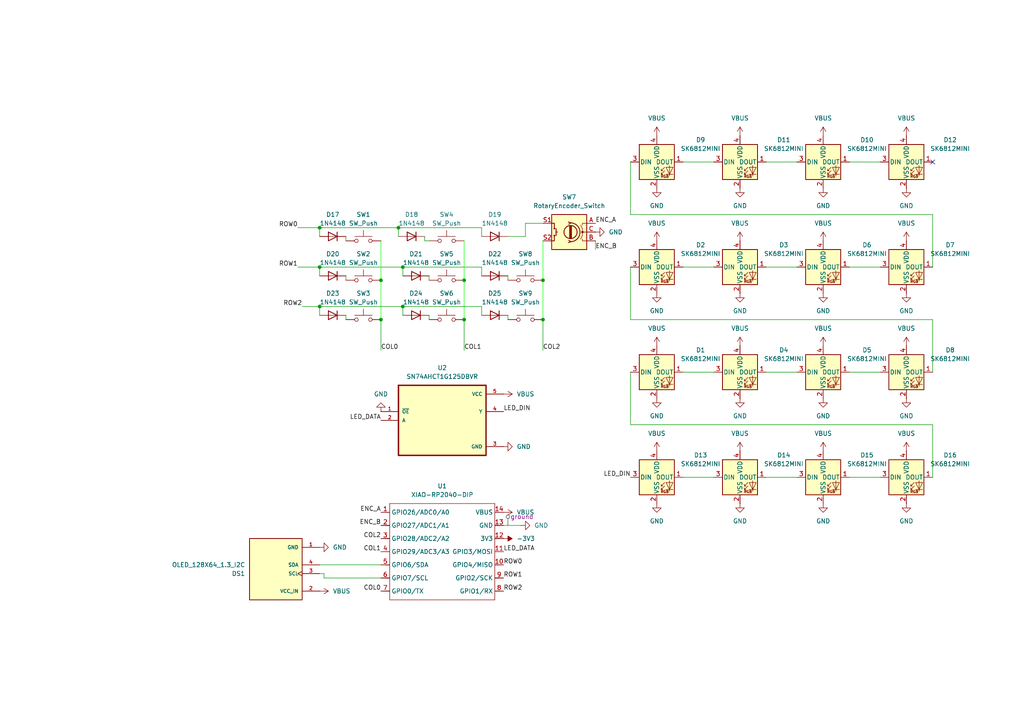
<source format=kicad_sch>
(kicad_sch (version 20250114) (generator "eeschema") (generator_version "9.0")
  (paper "A4")
  (lib_symbols
    (symbol "DM-OLED096-636:DM-OLED096-636" (pin_names (offset 1.016))
      (property "Reference" "U" (at -7.62 10.922 0))
      (property "Value" "DM-OLED096-636" (at -7.62 -10.16 0))
      (symbol "DM-OLED096-636_0_0"
        (rectangle (start -7.62 -7.62) (end 7.62 10.16) (stroke (width 0.254)) (fill (type background)))
        (pin power_in line (at 12.7 7.62 180) (length 5.08) (name "VCC_IN") (number "2"))
        (pin input clock (at 12.7 2.54 180) (length 5.08) (name "SCL") (number "3"))
        (pin bidirectional line (at 12.7 0 180) (length 5.08) (name "SDA") (number "4"))
        (pin power_in line (at 12.7 -5.08 180) (length 5.08) (name "GND") (number "1"))
      )
    )
    (symbol "Device:RotaryEncoder_Switch" (pin_names (offset 0.254) (hide yes))
      (property "Reference" "SW" (at 0 6.604 0))
      (property "Value" "RotaryEncoder_Switch" (at 0 -6.604 0))
      (symbol "RotaryEncoder_Switch_0_1"
        (rectangle (start -5.08 5.08) (end 5.08 -5.08) (stroke (width 0.254)) (fill (type background)))
        (polyline (pts (xy -5.08 2.54) (xy -3.81 2.54) (xy -3.81 2.032)))
        (polyline (pts (xy -5.08 0) (xy -3.81 0) (xy -3.81 -1.016) (xy -3.302 -2.032)))
        (polyline (pts (xy -5.08 -2.54) (xy -3.81 -2.54) (xy -3.81 -2.032)))
        (polyline (pts (xy -4.318 0) (xy -3.81 0) (xy -3.81 1.016) (xy -3.302 2.032)))
        (circle (center -3.81 0) (radius 0.254) (fill (type outline)))
        (polyline (pts (xy -0.635 -1.778) (xy -0.635 1.778)) (stroke (width 0.254)))
        (circle (center -0.381 0) (radius 1.905) (stroke (width 0.254)))
        (polyline (pts (xy -0.381 -1.778) (xy -0.381 1.778)) (stroke (width 0.254)))
        (arc (start -0.381 -2.794) (mid -3.0988 -0.0635) (end -0.381 2.667) (stroke (width 0.254)))
        (polyline (pts (xy -0.127 1.778) (xy -0.127 -1.778)) (stroke (width 0.254)))
        (polyline (pts (xy 0.254 2.921) (xy -0.508 2.667) (xy 0.127 2.286)) (stroke (width 0.254)))
        (polyline (pts (xy 0.254 -3.048) (xy -0.508 -2.794) (xy 0.127 -2.413)) (stroke (width 0.254)))
        (polyline (pts (xy 3.81 1.016) (xy 3.81 -1.016)) (stroke (width 0.254)))
        (polyline (pts (xy 3.81 0) (xy 3.429 0)) (stroke (width 0.254)))
        (circle (center 4.318 1.016) (radius 0.127) (stroke (width 0.254)))
        (circle (center 4.318 -1.016) (radius 0.127) (stroke (width 0.254)))
        (polyline (pts (xy 5.08 2.54) (xy 4.318 2.54) (xy 4.318 1.016)) (stroke (width 0.254)))
        (polyline (pts (xy 5.08 -2.54) (xy 4.318 -2.54) (xy 4.318 -1.016)) (stroke (width 0.254)))
      )
      (symbol "RotaryEncoder_Switch_1_1"
        (pin passive line (at -7.62 2.54 0) (length 2.54) (name "A") (number "A"))
        (pin passive line (at -7.62 0 0) (length 2.54) (name "C") (number "C"))
        (pin passive line (at -7.62 -2.54 0) (length 2.54) (name "B") (number "B"))
        (pin passive line (at 7.62 2.54 180) (length 2.54) (name "S1") (number "S1"))
        (pin passive line (at 7.62 -2.54 180) (length 2.54) (name "S2") (number "S2"))
      )
    )
    (symbol "Diode:1N4148" (pin_numbers (hide yes)) (pin_names (hide yes))
      (property "Reference" "D" (at 0 2.54 0))
      (property "Value" "1N4148" (at 0 -2.54 0))
      (symbol "1N4148_0_1"
        (polyline (pts (xy -1.27 1.27) (xy -1.27 -1.27)) (stroke (width 0.254)))
        (polyline (pts (xy 1.27 1.27) (xy 1.27 -1.27) (xy -1.27 0) (xy 1.27 1.27)) (stroke (width 0.254)))
        (polyline (pts (xy 1.27 0) (xy -1.27 0)))
      )
      (symbol "1N4148_1_1"
        (pin passive line (at -3.81 0 0) (length 2.54) (name "K") (number "1"))
        (pin passive line (at 3.81 0 180) (length 2.54) (name "A") (number "2"))
      )
    )
    (symbol "LED:SK6812MINI" (pin_names (offset 0.254))
      (property "Reference" "D" (at 5.08 5.715 0))
      (property "Value" "SK6812MINI" (at 1.27 -5.715 0))
      (symbol "SK6812MINI_0_0"
        (text "RGB" (at 2.286 -4.191 0) (effects (font (size 0.762 0.762))))
      )
      (symbol "SK6812MINI_0_1"
        (polyline (pts (xy 1.27 -2.54) (xy 1.778 -2.54)))
        (polyline (pts (xy 1.27 -3.556) (xy 1.778 -3.556)))
        (polyline (pts (xy 2.286 -1.524) (xy 1.27 -2.54) (xy 1.27 -2.032)))
        (polyline (pts (xy 2.286 -2.54) (xy 1.27 -3.556) (xy 1.27 -3.048)))
        (polyline (pts (xy 3.683 -1.016) (xy 3.683 -3.556) (xy 3.683 -4.064)))
        (polyline (pts (xy 4.699 -1.524) (xy 2.667 -1.524) (xy 3.683 -3.556) (xy 4.699 -1.524)))
        (polyline (pts (xy 4.699 -3.556) (xy 2.667 -3.556)))
        (rectangle (start 5.08 5.08) (end -5.08 -5.08) (stroke (width 0.254)) (fill (type background)))
      )
      (symbol "SK6812MINI_1_1"
        (pin input line (at -7.62 0 0) (length 2.54) (name "DIN") (number "3"))
        (pin power_in line (at 0 7.62 270) (length 2.54) (name "VDD") (number "4"))
        (pin power_in line (at 0 -7.62 90) (length 2.54) (name "VSS") (number "2"))
        (pin output line (at 7.62 0 180) (length 2.54) (name "DOUT") (number "1"))
      )
    )
    (symbol "OPL:XIAO-RP2040-DIP"
      (property "Reference" "U" (at 0 0 0))
      (property "Value" "XIAO-RP2040-DIP" (at 5.334 -1.778 0))
      (symbol "XIAO-RP2040-DIP_1_0"
        (polyline (pts (xy -1.27 -2.54) (xy 29.21 -2.54)) (stroke (width 0.1524)))
        (polyline (pts (xy -1.27 -5.08) (xy -2.54 -5.08)) (stroke (width 0.1524)))
        (polyline (pts (xy -1.27 -5.08) (xy -1.27 -2.54)) (stroke (width 0.1524)))
        (polyline (pts (xy -1.27 -8.89) (xy -2.54 -8.89)) (stroke (width 0.1524)))
        (polyline (pts (xy -1.27 -8.89) (xy -1.27 -5.08)) (stroke (width 0.1524)))
        (polyline (pts (xy -1.27 -12.7) (xy -2.54 -12.7)) (stroke (width 0.1524)))
        (polyline (pts (xy -1.27 -12.7) (xy -1.27 -8.89)) (stroke (width 0.1524)))
        (polyline (pts (xy -1.27 -16.51) (xy -2.54 -16.51)) (stroke (width 0.1524)))
        (polyline (pts (xy -1.27 -16.51) (xy -1.27 -12.7)) (stroke (width 0.1524)))
        (polyline (pts (xy -1.27 -20.32) (xy -2.54 -20.32)) (stroke (width 0.1524)))
        (polyline (pts (xy -1.27 -24.13) (xy -2.54 -24.13)) (stroke (width 0.1524)))
        (polyline (pts (xy -1.27 -27.94) (xy -2.54 -27.94)) (stroke (width 0.1524)))
        (polyline (pts (xy -1.27 -30.48) (xy -1.27 -16.51)) (stroke (width 0.1524)))
        (polyline (pts (xy 29.21 -2.54) (xy 29.21 -5.08)) (stroke (width 0.1524)))
        (polyline (pts (xy 29.21 -5.08) (xy 29.21 -8.89)) (stroke (width 0.1524)))
        (polyline (pts (xy 29.21 -8.89) (xy 29.21 -12.7)) (stroke (width 0.1524)))
        (polyline (pts (xy 29.21 -12.7) (xy 29.21 -30.48)) (stroke (width 0.1524)))
        (polyline (pts (xy 29.21 -30.48) (xy -1.27 -30.48)) (stroke (width 0.1524)))
        (polyline (pts (xy 30.48 -5.08) (xy 29.21 -5.08)) (stroke (width 0.1524)))
        (polyline (pts (xy 30.48 -8.89) (xy 29.21 -8.89)) (stroke (width 0.1524)))
        (polyline (pts (xy 30.48 -12.7) (xy 29.21 -12.7)) (stroke (width 0.1524)))
        (polyline (pts (xy 30.48 -16.51) (xy 29.21 -16.51)) (stroke (width 0.1524)))
        (polyline (pts (xy 30.48 -20.32) (xy 29.21 -20.32)) (stroke (width 0.1524)))
        (polyline (pts (xy 30.48 -24.13) (xy 29.21 -24.13)) (stroke (width 0.1524)))
        (polyline (pts (xy 30.48 -27.94) (xy 29.21 -27.94)) (stroke (width 0.1524)))
        (pin passive line (at -3.81 -5.08 0) (length 2.54) (name "GPIO26/ADC0/A0") (number "1"))
        (pin passive line (at -3.81 -8.89 0) (length 2.54) (name "GPIO27/ADC1/A1") (number "2"))
        (pin passive line (at -3.81 -12.7 0) (length 2.54) (name "GPIO28/ADC2/A2") (number "3"))
        (pin passive line (at -3.81 -16.51 0) (length 2.54) (name "GPIO29/ADC3/A3") (number "4"))
        (pin passive line (at -3.81 -20.32 0) (length 2.54) (name "GPIO6/SDA") (number "5"))
        (pin passive line (at -3.81 -24.13 0) (length 2.54) (name "GPIO7/SCL") (number "6"))
        (pin passive line (at -3.81 -27.94 0) (length 2.54) (name "GPIO0/TX") (number "7"))
        (pin passive line (at 31.75 -5.08 180) (length 2.54) (name "VBUS") (number "14"))
        (pin passive line (at 31.75 -8.89 180) (length 2.54) (name "GND") (number "13"))
        (pin passive line (at 31.75 -12.7 180) (length 2.54) (name "3V3") (number "12"))
        (pin passive line (at 31.75 -16.51 180) (length 2.54) (name "GPIO3/MOSI") (number "11"))
        (pin passive line (at 31.75 -20.32 180) (length 2.54) (name "GPIO4/MISO") (number "10"))
        (pin passive line (at 31.75 -24.13 180) (length 2.54) (name "GPIO2/SCK") (number "9"))
        (pin passive line (at 31.75 -27.94 180) (length 2.54) (name "GPIO1/RX") (number "8"))
      )
    )
    (symbol "SN:SN74AHCT1G125DBVR" (pin_names (offset 1.016))
      (property "Reference" "U" (at -12.7 11.16 0))
      (property "Value" "SN74AHCT1G125DBVR" (at -12.7 -14.16 0))
      (symbol "SN74AHCT1G125DBVR_0_0"
        (rectangle (start -12.7 -10.16) (end 12.7 10.16) (stroke (width 0.41)) (fill (type background)))
        (pin input line (at -17.78 2.54 0) (length 5.08) (name "~{OE}") (number "1"))
        (pin input line (at -17.78 0 0) (length 5.08) (name "A") (number "2"))
        (pin power_in line (at 17.78 7.62 180) (length 5.08) (name "VCC") (number "5"))
        (pin output line (at 17.78 2.54 180) (length 5.08) (name "Y") (number "4"))
        (pin power_in line (at 17.78 -7.62 180) (length 5.08) (name "GND") (number "3"))
      )
    )
    (symbol "Switch:SW_Push" (pin_numbers (hide yes)) (pin_names (offset 1.016) (hide yes))
      (property "Reference" "SW" (at 1.27 2.54 0))
      (property "Value" "SW_Push" (at 0 -1.524 0))
      (symbol "SW_Push_0_1"
        (circle (center -2.032 0) (radius 0.508))
        (polyline (pts (xy 0 1.27) (xy 0 3.048)))
        (circle (center 2.032 0) (radius 0.508))
        (polyline (pts (xy 2.54 1.27) (xy -2.54 1.27)))
        (pin passive line (at -5.08 0 0) (length 2.54) (name "1") (number "1"))
        (pin passive line (at 5.08 0 180) (length 2.54) (name "2") (number "2"))
      )
    )
    (symbol "power:-3V3" (power) (pin_numbers (hide yes)) (pin_names (offset 0) (hide yes))
      (property "Value" "-3V3" (at 0 3.556 0))
      (symbol "-3V3_0_0"
        (pin power_in line (at 0 0 90) (length 0) (name "~") (number "1"))
      )
      (symbol "-3V3_0_1"
        (polyline (pts (xy 0 0) (xy 0 1.27) (xy 0.762 1.27) (xy 0 2.54) (xy -0.762 1.27) (xy 0 1.27)) (fill (type outline)))
      )
    )
    (symbol "power:GND" (power) (pin_numbers (hide yes)) (pin_names (offset 0) (hide yes))
      (property "Value" "GND" (at 0 -3.81 0))
      (symbol "GND_0_1"
        (polyline (pts (xy 0 0) (xy 0 -1.27) (xy 1.27 -1.27) (xy 0 -2.54) (xy -1.27 -1.27) (xy 0 -1.27)))
      )
      (symbol "GND_1_1"
        (pin power_in line (at 0 0 270) (length 0) (name "~") (number "1"))
      )
    )
    (symbol "power:VBUS" (power) (pin_numbers (hide yes)) (pin_names (offset 0) (hide yes))
      (property "Value" "VBUS" (at 0 3.556 0))
      (symbol "VBUS_0_1"
        (polyline (pts (xy -0.762 1.27) (xy 0 2.54)))
        (polyline (pts (xy 0 2.54) (xy 0.762 1.27)))
        (polyline (pts (xy 0 0) (xy 0 2.54)))
      )
      (symbol "VBUS_1_1"
        (pin power_in line (at 0 0 90) (length 0) (name "~") (number "1"))
      )
    )
  )
  (junction (at 157.48 81.28))
  (junction (at 157.48 92.71))
  (junction (at 92.71 66.04))
  (junction (at 110.49 92.71))
  (junction (at 116.84 77.47))
  (junction (at 134.62 81.28))
  (junction (at 92.71 77.47))
  (junction (at 110.49 81.28))
  (junction (at 92.71 88.9))
  (junction (at 134.62 92.71))
  (junction (at 115.57 66.04))
  (junction (at 116.84 88.9))
  (no_connect (at 270.51 46.99))
  (wire (pts (xy 198.12 138.43) (xy 207.01 138.43)))
  (wire (pts (xy 270.51 77.47) (xy 270.51 62.23)))
  (wire (pts (xy 134.62 69.85) (xy 134.62 81.28)) (stroke (width 0) (color 0 255 0 1)))
  (wire (pts (xy 270.51 123.19) (xy 182.88 123.19)))
  (wire (pts (xy 157.48 81.28) (xy 157.48 92.71)) (stroke (width 0) (color 0 255 0 1)))
  (wire (pts (xy 93.98 167.64) (xy 93.98 166.37)))
  (wire (pts (xy 92.71 163.83) (xy 110.49 163.83)))
  (wire (pts (xy 198.12 46.99) (xy 207.01 46.99)))
  (wire (pts (xy 100.33 68.58) (xy 100.33 69.85)))
  (wire (pts (xy 172.72 72.39) (xy 172.72 69.85)))
  (wire (pts (xy 116.84 88.9) (xy 116.84 91.44)))
  (wire (pts (xy 92.71 88.9) (xy 92.71 91.44)))
  (wire (pts (xy 116.84 88.9) (xy 139.7 88.9)))
  (wire (pts (xy 92.71 66.04) (xy 115.57 66.04)))
  (wire (pts (xy 92.71 68.58) (xy 92.71 66.04)))
  (wire (pts (xy 139.7 80.01) (xy 139.7 77.47)))
  (wire (pts (xy 246.38 77.47) (xy 255.27 77.47)))
  (wire (pts (xy 152.4 68.58) (xy 147.32 68.58)))
  (wire (pts (xy 246.38 138.43) (xy 255.27 138.43)))
  (wire (pts (xy 182.88 123.19) (xy 182.88 107.95)))
  (wire (pts (xy 139.7 66.04) (xy 115.57 66.04)))
  (wire (pts (xy 115.57 66.04) (xy 115.57 68.58)))
  (wire (pts (xy 198.12 77.47) (xy 207.01 77.47)))
  (wire (pts (xy 139.7 68.58) (xy 139.7 66.04)))
  (wire (pts (xy 92.71 88.9) (xy 116.84 88.9)))
  (wire (pts (xy 270.51 62.23) (xy 182.88 62.23)))
  (wire (pts (xy 270.51 107.95) (xy 270.51 92.71)))
  (wire (pts (xy 147.32 91.44) (xy 147.32 92.71)))
  (wire (pts (xy 147.32 80.01) (xy 147.32 81.28)))
  (wire (pts (xy 270.51 92.71) (xy 182.88 92.71)))
  (wire (pts (xy 222.25 77.47) (xy 231.14 77.47)))
  (wire (pts (xy 124.46 80.01) (xy 124.46 81.28)))
  (wire (pts (xy 198.12 107.95) (xy 207.01 107.95)))
  (wire (pts (xy 110.49 92.71) (xy 110.49 101.6)))
  (wire (pts (xy 270.51 123.19) (xy 270.51 138.43)))
  (wire (pts (xy 246.38 46.99) (xy 255.27 46.99)))
  (wire (pts (xy 116.84 77.47) (xy 139.7 77.47)))
  (wire (pts (xy 100.33 91.44) (xy 100.33 92.71)))
  (wire (pts (xy 182.88 77.47) (xy 182.88 92.71)))
  (wire (pts (xy 222.25 46.99) (xy 231.14 46.99)))
  (wire (pts (xy 92.71 166.37) (xy 93.98 166.37)))
  (wire (pts (xy 92.71 80.01) (xy 92.71 77.47)))
  (wire (pts (xy 222.25 107.95) (xy 231.14 107.95)))
  (wire (pts (xy 87.63 88.9) (xy 92.71 88.9)))
  (wire (pts (xy 139.7 91.44) (xy 139.7 88.9)))
  (wire (pts (xy 110.49 81.28) (xy 110.49 92.71)) (stroke (width 0) (color 0 255 0 1)))
  (wire (pts (xy 222.25 138.43) (xy 231.14 138.43)))
  (wire (pts (xy 246.38 107.95) (xy 255.27 107.95)))
  (wire (pts (xy 110.49 69.85) (xy 110.49 81.28)) (stroke (width 0) (color 0 255 0 1)))
  (wire (pts (xy 134.62 92.71) (xy 134.62 101.6)))
  (wire (pts (xy 123.19 69.85) (xy 124.46 69.85)))
  (wire (pts (xy 152.4 64.77) (xy 157.48 64.77)))
  (wire (pts (xy 86.36 77.47) (xy 92.71 77.47)))
  (wire (pts (xy 100.33 80.01) (xy 100.33 81.28)))
  (wire (pts (xy 157.48 69.85) (xy 157.48 81.28)) (stroke (width 0) (color 0 255 0 1)))
  (wire (pts (xy 157.48 92.71) (xy 157.48 101.6)))
  (wire (pts (xy 152.4 68.58) (xy 152.4 64.77)))
  (wire (pts (xy 92.71 77.47) (xy 116.84 77.47)))
  (wire (pts (xy 86.36 66.04) (xy 92.71 66.04)))
  (wire (pts (xy 124.46 91.44) (xy 124.46 92.71)))
  (wire (pts (xy 151.13 152.4) (xy 146.05 152.4)))
  (wire (pts (xy 93.98 167.64) (xy 110.49 167.64)))
  (wire (pts (xy 134.62 81.28) (xy 134.62 92.71)) (stroke (width 0) (color 0 255 0 1)))
  (wire (pts (xy 182.88 62.23) (xy 182.88 46.99)))
  (wire (pts (xy 123.19 69.85) (xy 123.19 68.58)))
  (wire (pts (xy 116.84 77.47) (xy 116.84 80.01)))
  (label "ROW2" (at 146.05 171.45 0))
  (label "LED_DIN" (at 182.88 138.43 180))
  (label "LED_DIN" (at 146.05 119.38 0))
  (label "ROW2" (at 87.63 88.9 180))
  (label "ROW1" (at 146.05 167.64 0))
  (label "LED_DATA" (at 146.05 160.02 0))
  (label "ENC_B" (at 110.49 152.4 180))
  (label "COL2" (at 110.49 156.21 180))
  (label "ENC_A" (at 172.72 64.77 0))
  (label "COL0" (at 110.49 101.6 0))
  (label "COL1" (at 110.49 160.02 180))
  (label "ENC_A" (at 110.49 148.59 180))
  (label "ROW0" (at 86.36 66.04 180))
  (label "ROW1" (at 86.36 77.47 180))
  (label "LED_DATA" (at 110.49 121.92 180))
  (label "COL0" (at 110.49 171.45 180))
  (label "COL2" (at 157.48 101.6 0))
  (label "COL1" (at 134.62 101.6 0))
  (label "ENC_B" (at 172.72 72.39 0))
  (label "ROW0" (at 146.05 163.83 0))
  (netclass_flag "" (length 2.54) (shape round) (at 147.32 152.4 0) (property "Netclass" "ground" (at 148.0185 149.86 0) (effects (justify left))))
  (symbol (lib_id "Switch:SW_Push") (at 129.54 69.85 0) (unit 1)
    (property "Reference" "SW4" (at 129.54 62.23 0))
    (property "Value" "SW_Push" (at 129.54 64.77 0))
    (property "Footprint" "Library_Hackpad:MX-Solderable-1U" (effects (hide yes)))
    (property "Description" "Push button switch, generic, two pins" (effects (hide yes)))
  )
  (symbol (lib_id "Switch:SW_Push") (at 105.41 92.71 0) (unit 1)
    (property "Reference" "SW3" (at 105.41 85.09 0))
    (property "Value" "SW_Push" (at 105.41 87.63 0))
    (property "Footprint" "Library_Hackpad:MX-Solderable-1U" (effects (hide yes)))
    (property "Description" "Push button switch, generic, two pins" (effects (hide yes)))
  )
  (symbol (lib_id "power:GND") (at 214.63 115.57 0) (unit 1)
    (property "Reference" "#PWR013" (effects (hide yes)))
    (property "Value" "GND" (at 214.63 120.65 0))
    (property "Description" "Power symbol creates a global label with name \"GND\" , ground" (effects (hide yes)))
  )
  (symbol (lib_id "Diode:1N4148") (at 96.52 80.01 0) (mirror y) (unit 1)
    (property "Reference" "D20" (at 96.52 73.66 0))
    (property "Value" "1N4148" (at 96.52 76.2 0))
    (property "Footprint" "Diode_THT:D_DO-35_SOD27_P7.62mm_Horizontal" (effects (hide yes)))
    (property "Datasheet" "https://assets.nexperia.com/documents/data-sheet/1N4148_1N4448.pdf" (effects (hide yes)))
    (property "Description" "100V 0.15A standard switching diode, DO-35" (effects (hide yes)))
    (property "Sim.Device" "D" (effects (hide yes)))
    (property "Sim.Pins" "1=K 2=A" (effects (hide yes)))
  )
  (symbol (lib_id "Device:RotaryEncoder_Switch") (at 165.1 67.31 0) (mirror y) (unit 1)
    (property "Reference" "SW7" (at 165.1 57.15 0))
    (property "Value" "RotaryEncoder_Switch" (at 165.1 59.69 0))
    (property "Footprint" "Library_Hackpad:RotaryEncoder_Alps_EC11E-Switch_Vertical_H20mm" (effects (hide yes)))
    (property "Description" "Rotary encoder, dual channel, incremental quadrate outputs, with switch" (effects (hide yes)))
  )
  (symbol (lib_id "Diode:1N4148") (at 96.52 68.58 0) (mirror y) (unit 1)
    (property "Reference" "D17" (at 96.52 62.23 0))
    (property "Value" "1N4148" (at 96.52 64.77 0))
    (property "Footprint" "Diode_THT:D_DO-35_SOD27_P7.62mm_Horizontal" (effects (hide yes)))
    (property "Datasheet" "https://assets.nexperia.com/documents/data-sheet/1N4148_1N4448.pdf" (effects (hide yes)))
    (property "Description" "100V 0.15A standard switching diode, DO-35" (effects (hide yes)))
    (property "Sim.Device" "D" (effects (hide yes)))
    (property "Sim.Pins" "1=K 2=A" (effects (hide yes)))
  )
  (symbol (lib_id "power:GND") (at 172.72 67.31 90) (unit 1)
    (property "Reference" "#PWR06" (effects (hide yes)))
    (property "Value" "GND" (at 176.53 67.3099 90) (effects (justify right)))
    (property "Description" "Power symbol creates a global label with name \"GND\" , ground" (effects (hide yes)))
  )
  (symbol (lib_id "power:GND") (at 262.89 115.57 0) (unit 1)
    (property "Reference" "#PWR011" (effects (hide yes)))
    (property "Value" "GND" (at 262.89 120.65 0))
    (property "Description" "Power symbol creates a global label with name \"GND\" , ground" (effects (hide yes)))
  )
  (symbol (lib_id "power:GND") (at 238.76 54.61 0) (unit 1)
    (property "Reference" "#PWR020" (effects (hide yes)))
    (property "Value" "GND" (at 238.76 59.69 0))
    (property "Description" "Power symbol creates a global label with name \"GND\" , ground" (effects (hide yes)))
  )
  (symbol (lib_id "power:VBUS") (at 214.63 130.81 0) (unit 1)
    (property "Reference" "#PWR023" (effects (hide yes)))
    (property "Value" "VBUS" (at 214.63 125.73 0))
    (property "Description" "Power symbol creates a global label with name \"VBUS\"" (effects (hide yes)))
  )
  (symbol (lib_id "Switch:SW_Push") (at 105.41 81.28 0) (unit 1)
    (property "Reference" "SW2" (at 105.41 73.66 0))
    (property "Value" "SW_Push" (at 105.41 76.2 0))
    (property "Footprint" "Library_Hackpad:MX-Solderable-1U" (effects (hide yes)))
    (property "Description" "Push button switch, generic, two pins" (effects (hide yes)))
  )
  (symbol (lib_id "power:-3V3") (at 146.05 156.21 270) (unit 1)
    (property "Reference" "#PWR03" (effects (hide yes)))
    (property "Value" "-3V3" (at 149.86 156.2099 90) (effects (justify left)))
    (property "Description" "Power symbol creates a global label with name \"-3V3\"" (effects (hide yes)))
  )
  (symbol (lib_id "power:VBUS") (at 190.5 39.37 0) (unit 1)
    (property "Reference" "#PWR037" (effects (hide yes)))
    (property "Value" "VBUS" (at 190.5 34.29 0))
    (property "Description" "Power symbol creates a global label with name \"VBUS\"" (effects (hide yes)))
  )
  (symbol (lib_id "power:VBUS") (at 262.89 130.81 0) (unit 1)
    (property "Reference" "#PWR025" (effects (hide yes)))
    (property "Value" "VBUS" (at 262.89 125.73 0))
    (property "Description" "Power symbol creates a global label with name \"VBUS\"" (effects (hide yes)))
  )
  (symbol (lib_id "power:GND") (at 190.5 85.09 0) (unit 1)
    (property "Reference" "#PWR015" (effects (hide yes)))
    (property "Value" "GND" (at 190.5 90.17 0))
    (property "Description" "Power symbol creates a global label with name \"GND\" , ground" (effects (hide yes)))
  )
  (symbol (lib_id "Switch:SW_Push") (at 129.54 92.71 0) (unit 1)
    (property "Reference" "SW6" (at 129.54 85.09 0))
    (property "Value" "SW_Push" (at 129.54 87.63 0))
    (property "Footprint" "Library_Hackpad:MX-Solderable-1U" (effects (hide yes)))
    (property "Description" "Push button switch, generic, two pins" (effects (hide yes)))
  )
  (symbol (lib_id "Switch:SW_Push") (at 152.4 81.28 0) (unit 1)
    (property "Reference" "SW8" (at 152.4 73.66 0))
    (property "Value" "SW_Push" (at 152.4 76.2 0))
    (property "Footprint" "Library_Hackpad:MX-Solderable-1U" (effects (hide yes)))
    (property "Description" "Push button switch, generic, two pins" (effects (hide yes)))
  )
  (symbol (lib_id "power:VBUS") (at 238.76 69.85 0) (unit 1)
    (property "Reference" "#PWR032" (effects (hide yes)))
    (property "Value" "VBUS" (at 238.76 64.77 0))
    (property "Description" "Power symbol creates a global label with name \"VBUS\"" (effects (hide yes)))
  )
  (symbol (lib_id "power:GND") (at 92.71 158.75 90) (mirror x) (unit 1)
    (property "Reference" "#PWR05" (effects (hide yes)))
    (property "Value" "GND" (at 96.52 158.7501 90) (effects (justify right)))
    (property "Description" "Power symbol creates a global label with name \"GND\" , ground" (effects (hide yes)))
  )
  (symbol (lib_id "power:VBUS") (at 146.05 148.59 270) (unit 1)
    (property "Reference" "#PWR039" (effects (hide yes)))
    (property "Value" "VBUS" (at 149.86 148.5899 90) (effects (justify left)))
    (property "Description" "Power symbol creates a global label with name \"VBUS\"" (effects (hide yes)))
  )
  (symbol (lib_id "power:GND") (at 214.63 54.61 0) (unit 1)
    (property "Reference" "#PWR021" (effects (hide yes)))
    (property "Value" "GND" (at 214.63 59.69 0))
    (property "Description" "Power symbol creates a global label with name \"GND\" , ground" (effects (hide yes)))
  )
  (symbol (lib_id "power:GND") (at 151.13 152.4 90) (unit 1)
    (property "Reference" "#PWR01" (effects (hide yes)))
    (property "Value" "GND" (at 154.94 152.3999 90) (effects (justify right)))
    (property "Description" "Power symbol creates a global label with name \"GND\" , ground" (effects (hide yes)))
  )
  (symbol (lib_id "LED:SK6812MINI") (at 214.63 138.43 0) (unit 1)
    (property "Reference" "D14" (at 227.33 132.0098 0))
    (property "Value" "SK6812MINI" (at 227.33 134.5498 0))
    (property "Footprint" "LED_SMD:LED_SK6812MINI_PLCC4_3.5x3.5mm_P1.75mm" (effects (hide yes)))
    (property "Datasheet" "https://cdn-shop.adafruit.com/product-files/2686/SK6812MINI_REV.01-1-2.pdf" (effects (hide yes)))
    (property "Description" "RGB LED with integrated controller" (effects (hide yes)))
  )
  (symbol (lib_id "OPL:XIAO-RP2040-DIP") (at 114.3 143.51 0) (unit 1)
    (property "Reference" "U1" (at 128.27 140.97 0))
    (property "Value" "XIAO-RP2040-DIP" (at 128.27 143.51 0))
    (property "Footprint" "Library_Hackpad:XIAO-Generic-Hybrid-14P-2.54-21X17.8MM" (effects (hide yes)))
  )
  (symbol (lib_id "Switch:SW_Push") (at 105.41 69.85 0) (unit 1)
    (property "Reference" "SW1" (at 105.41 62.23 0))
    (property "Value" "SW_Push" (at 105.41 64.77 0))
    (property "Footprint" "Library_Hackpad:MX-Solderable-1U" (effects (hide yes)))
    (property "Description" "Push button switch, generic, two pins" (effects (hide yes)))
  )
  (symbol (lib_id "power:VBUS") (at 214.63 69.85 0) (unit 1)
    (property "Reference" "#PWR031" (effects (hide yes)))
    (property "Value" "VBUS" (at 214.63 64.77 0))
    (property "Description" "Power symbol creates a global label with name \"VBUS\"" (effects (hide yes)))
  )
  (symbol (lib_id "power:VBUS") (at 190.5 130.81 0) (unit 1)
    (property "Reference" "#PWR04" (effects (hide yes)))
    (property "Value" "VBUS" (at 190.5 125.73 0))
    (property "Description" "Power symbol creates a global label with name \"VBUS\"" (effects (hide yes)))
  )
  (symbol (lib_id "Diode:1N4148") (at 120.65 91.44 0) (mirror y) (unit 1)
    (property "Reference" "D24" (at 120.65 85.09 0))
    (property "Value" "1N4148" (at 120.65 87.63 0))
    (property "Footprint" "Diode_THT:D_DO-35_SOD27_P7.62mm_Horizontal" (effects (hide yes)))
    (property "Datasheet" "https://assets.nexperia.com/documents/data-sheet/1N4148_1N4448.pdf" (effects (hide yes)))
    (property "Description" "100V 0.15A standard switching diode, DO-35" (effects (hide yes)))
    (property "Sim.Device" "D" (effects (hide yes)))
    (property "Sim.Pins" "1=K 2=A" (effects (hide yes)))
  )
  (symbol (lib_id "Diode:1N4148") (at 120.65 80.01 0) (mirror y) (unit 1)
    (property "Reference" "D21" (at 120.65 73.66 0))
    (property "Value" "1N4148" (at 120.65 76.2 0))
    (property "Footprint" "Diode_THT:D_DO-35_SOD27_P7.62mm_Horizontal" (effects (hide yes)))
    (property "Datasheet" "https://assets.nexperia.com/documents/data-sheet/1N4148_1N4448.pdf" (effects (hide yes)))
    (property "Description" "100V 0.15A standard switching diode, DO-35" (effects (hide yes)))
    (property "Sim.Device" "D" (effects (hide yes)))
    (property "Sim.Pins" "1=K 2=A" (effects (hide yes)))
  )
  (symbol (lib_id "power:GND") (at 214.63 146.05 0) (unit 1)
    (property "Reference" "#PWR08" (effects (hide yes)))
    (property "Value" "GND" (at 214.63 151.13 0))
    (property "Description" "Power symbol creates a global label with name \"GND\" , ground" (effects (hide yes)))
  )
  (symbol (lib_id "power:GND") (at 190.5 115.57 0) (unit 1)
    (property "Reference" "#PWR014" (effects (hide yes)))
    (property "Value" "GND" (at 190.5 120.65 0))
    (property "Description" "Power symbol creates a global label with name \"GND\" , ground" (effects (hide yes)))
  )
  (symbol (lib_id "power:VBUS") (at 214.63 39.37 0) (unit 1)
    (property "Reference" "#PWR036" (effects (hide yes)))
    (property "Value" "VBUS" (at 214.63 34.29 0))
    (property "Description" "Power symbol creates a global label with name \"VBUS\"" (effects (hide yes)))
  )
  (symbol (lib_id "LED:SK6812MINI") (at 214.63 107.95 0) (unit 1)
    (property "Reference" "D4" (at 227.33 101.5298 0))
    (property "Value" "SK6812MINI" (at 227.33 104.0698 0))
    (property "Footprint" "LED_SMD:LED_SK6812MINI_PLCC4_3.5x3.5mm_P1.75mm" (effects (hide yes)))
    (property "Datasheet" "https://cdn-shop.adafruit.com/product-files/2686/SK6812MINI_REV.01-1-2.pdf" (effects (hide yes)))
    (property "Description" "RGB LED with integrated controller" (effects (hide yes)))
  )
  (symbol (lib_id "power:VBUS") (at 238.76 130.81 0) (unit 1)
    (property "Reference" "#PWR024" (effects (hide yes)))
    (property "Value" "VBUS" (at 238.76 125.73 0))
    (property "Description" "Power symbol creates a global label with name \"VBUS\"" (effects (hide yes)))
  )
  (symbol (lib_id "LED:SK6812MINI") (at 190.5 46.99 0) (unit 1)
    (property "Reference" "D9" (at 203.2 40.5698 0))
    (property "Value" "SK6812MINI" (at 203.2 43.1098 0))
    (property "Footprint" "LED_SMD:LED_SK6812MINI_PLCC4_3.5x3.5mm_P1.75mm" (effects (hide yes)))
    (property "Datasheet" "https://cdn-shop.adafruit.com/product-files/2686/SK6812MINI_REV.01-1-2.pdf" (effects (hide yes)))
    (property "Description" "RGB LED with integrated controller" (effects (hide yes)))
  )
  (symbol (lib_id "LED:SK6812MINI") (at 262.89 46.99 0) (unit 1)
    (property "Reference" "D12" (at 275.59 40.5698 0))
    (property "Value" "SK6812MINI" (at 275.59 43.1098 0))
    (property "Footprint" "LED_SMD:LED_SK6812MINI_PLCC4_3.5x3.5mm_P1.75mm" (effects (hide yes)))
    (property "Datasheet" "https://cdn-shop.adafruit.com/product-files/2686/SK6812MINI_REV.01-1-2.pdf" (effects (hide yes)))
    (property "Description" "RGB LED with integrated controller" (effects (hide yes)))
  )
  (symbol (lib_id "power:VBUS") (at 262.89 69.85 0) (unit 1)
    (property "Reference" "#PWR033" (effects (hide yes)))
    (property "Value" "VBUS" (at 262.89 64.77 0))
    (property "Description" "Power symbol creates a global label with name \"VBUS\"" (effects (hide yes)))
  )
  (symbol (lib_id "LED:SK6812MINI") (at 214.63 77.47 0) (unit 1)
    (property "Reference" "D3" (at 227.33 71.0498 0))
    (property "Value" "SK6812MINI" (at 227.33 73.5898 0))
    (property "Footprint" "LED_SMD:LED_SK6812MINI_PLCC4_3.5x3.5mm_P1.75mm" (effects (hide yes)))
    (property "Datasheet" "https://cdn-shop.adafruit.com/product-files/2686/SK6812MINI_REV.01-1-2.pdf" (effects (hide yes)))
    (property "Description" "RGB LED with integrated controller" (effects (hide yes)))
  )
  (symbol (lib_id "power:VBUS") (at 92.71 171.45 270) (unit 1)
    (property "Reference" "#PWR02" (effects (hide yes)))
    (property "Value" "VBUS" (at 96.52 171.4501 90) (effects (justify left)))
    (property "Description" "Power symbol creates a global label with name \"VBUS\"" (effects (hide yes)))
  )
  (symbol (lib_id "LED:SK6812MINI") (at 238.76 138.43 0) (unit 1)
    (property "Reference" "D15" (at 251.46 132.0098 0))
    (property "Value" "SK6812MINI" (at 251.46 134.5498 0))
    (property "Footprint" "LED_SMD:LED_SK6812MINI_PLCC4_3.5x3.5mm_P1.75mm" (effects (hide yes)))
    (property "Datasheet" "https://cdn-shop.adafruit.com/product-files/2686/SK6812MINI_REV.01-1-2.pdf" (effects (hide yes)))
    (property "Description" "RGB LED with integrated controller" (effects (hide yes)))
  )
  (symbol (lib_id "power:VBUS") (at 190.5 69.85 0) (unit 1)
    (property "Reference" "#PWR030" (effects (hide yes)))
    (property "Value" "VBUS" (at 190.5 64.77 0))
    (property "Description" "Power symbol creates a global label with name \"VBUS\"" (effects (hide yes)))
  )
  (symbol (lib_id "power:VBUS") (at 262.89 100.33 0) (unit 1)
    (property "Reference" "#PWR026" (effects (hide yes)))
    (property "Value" "VBUS" (at 262.89 95.25 0))
    (property "Description" "Power symbol creates a global label with name \"VBUS\"" (effects (hide yes)))
  )
  (symbol (lib_id "LED:SK6812MINI") (at 214.63 46.99 0) (unit 1)
    (property "Reference" "D11" (at 227.33 40.5698 0))
    (property "Value" "SK6812MINI" (at 227.33 43.1098 0))
    (property "Footprint" "LED_SMD:LED_SK6812MINI_PLCC4_3.5x3.5mm_P1.75mm" (effects (hide yes)))
    (property "Datasheet" "https://cdn-shop.adafruit.com/product-files/2686/SK6812MINI_REV.01-1-2.pdf" (effects (hide yes)))
    (property "Description" "RGB LED with integrated controller" (effects (hide yes)))
  )
  (symbol (lib_id "Diode:1N4148") (at 96.52 91.44 0) (mirror y) (unit 1)
    (property "Reference" "D23" (at 96.52 85.09 0))
    (property "Value" "1N4148" (at 96.52 87.63 0))
    (property "Footprint" "Diode_THT:D_DO-35_SOD27_P7.62mm_Horizontal" (effects (hide yes)))
    (property "Datasheet" "https://assets.nexperia.com/documents/data-sheet/1N4148_1N4448.pdf" (effects (hide yes)))
    (property "Description" "100V 0.15A standard switching diode, DO-35" (effects (hide yes)))
    (property "Sim.Device" "D" (effects (hide yes)))
    (property "Sim.Pins" "1=K 2=A" (effects (hide yes)))
  )
  (symbol (lib_id "power:GND") (at 238.76 115.57 0) (unit 1)
    (property "Reference" "#PWR012" (effects (hide yes)))
    (property "Value" "GND" (at 238.76 120.65 0))
    (property "Description" "Power symbol creates a global label with name \"GND\" , ground" (effects (hide yes)))
  )
  (symbol (lib_id "Diode:1N4148") (at 143.51 68.58 0) (mirror y) (unit 1)
    (property "Reference" "D19" (at 143.51 62.23 0))
    (property "Value" "1N4148" (at 143.51 64.77 0))
    (property "Footprint" "Diode_THT:D_DO-35_SOD27_P7.62mm_Horizontal" (effects (hide yes)))
    (property "Datasheet" "https://assets.nexperia.com/documents/data-sheet/1N4148_1N4448.pdf" (effects (hide yes)))
    (property "Description" "100V 0.15A standard switching diode, DO-35" (effects (hide yes)))
    (property "Sim.Device" "D" (effects (hide yes)))
    (property "Sim.Pins" "1=K 2=A" (effects (hide yes)))
  )
  (symbol (lib_id "LED:SK6812MINI") (at 190.5 107.95 0) (unit 1)
    (property "Reference" "D1" (at 203.2 101.5298 0))
    (property "Value" "SK6812MINI" (at 203.2 104.0698 0))
    (property "Footprint" "LED_SMD:LED_SK6812MINI_PLCC4_3.5x3.5mm_P1.75mm" (effects (hide yes)))
    (property "Datasheet" "https://cdn-shop.adafruit.com/product-files/2686/SK6812MINI_REV.01-1-2.pdf" (effects (hide yes)))
    (property "Description" "RGB LED with integrated controller" (effects (hide yes)))
  )
  (symbol (lib_id "LED:SK6812MINI") (at 190.5 77.47 0) (unit 1)
    (property "Reference" "D2" (at 203.2 71.0498 0))
    (property "Value" "SK6812MINI" (at 203.2 73.5898 0))
    (property "Footprint" "LED_SMD:LED_SK6812MINI_PLCC4_3.5x3.5mm_P1.75mm" (effects (hide yes)))
    (property "Datasheet" "https://cdn-shop.adafruit.com/product-files/2686/SK6812MINI_REV.01-1-2.pdf" (effects (hide yes)))
    (property "Description" "RGB LED with integrated controller" (effects (hide yes)))
  )
  (symbol (lib_id "Switch:SW_Push") (at 152.4 92.71 0) (unit 1)
    (property "Reference" "SW9" (at 152.4 85.09 0))
    (property "Value" "SW_Push" (at 152.4 87.63 0))
    (property "Footprint" "Library_Hackpad:MX-Solderable-1U" (effects (hide yes)))
    (property "Description" "Push button switch, generic, two pins" (effects (hide yes)))
  )
  (symbol (lib_id "LED:SK6812MINI") (at 262.89 107.95 0) (unit 1)
    (property "Reference" "D8" (at 275.59 101.5298 0))
    (property "Value" "SK6812MINI" (at 275.59 104.0698 0))
    (property "Footprint" "LED_SMD:LED_SK6812MINI_PLCC4_3.5x3.5mm_P1.75mm" (effects (hide yes)))
    (property "Datasheet" "https://cdn-shop.adafruit.com/product-files/2686/SK6812MINI_REV.01-1-2.pdf" (effects (hide yes)))
    (property "Description" "RGB LED with integrated controller" (effects (hide yes)))
  )
  (symbol (lib_id "power:VBUS") (at 238.76 100.33 0) (unit 1)
    (property "Reference" "#PWR027" (effects (hide yes)))
    (property "Value" "VBUS" (at 238.76 95.25 0))
    (property "Description" "Power symbol creates a global label with name \"VBUS\"" (effects (hide yes)))
  )
  (symbol (lib_id "power:VBUS") (at 214.63 100.33 0) (unit 1)
    (property "Reference" "#PWR028" (effects (hide yes)))
    (property "Value" "VBUS" (at 214.63 95.25 0))
    (property "Description" "Power symbol creates a global label with name \"VBUS\"" (effects (hide yes)))
  )
  (symbol (lib_id "power:GND") (at 146.05 129.54 90) (unit 1)
    (property "Reference" "#PWR041" (effects (hide yes)))
    (property "Value" "GND" (at 149.86 129.5399 90) (effects (justify right)))
    (property "Description" "Power symbol creates a global label with name \"GND\" , ground" (effects (hide yes)))
  )
  (symbol (lib_id "LED:SK6812MINI") (at 238.76 107.95 0) (unit 1)
    (property "Reference" "D5" (at 251.46 101.5298 0))
    (property "Value" "SK6812MINI" (at 251.46 104.0698 0))
    (property "Footprint" "LED_SMD:LED_SK6812MINI_PLCC4_3.5x3.5mm_P1.75mm" (effects (hide yes)))
    (property "Datasheet" "https://cdn-shop.adafruit.com/product-files/2686/SK6812MINI_REV.01-1-2.pdf" (effects (hide yes)))
    (property "Description" "RGB LED with integrated controller" (effects (hide yes)))
  )
  (symbol (lib_id "SN:SN74AHCT1G125DBVR") (at 128.27 121.92 0) (unit 1)
    (property "Reference" "U2" (at 128.27 106.68 0))
    (property "Value" "SN74AHCT1G125DBVR" (at 128.27 109.22 0))
    (property "Footprint" "SN74AHCT1G125DBVR:SOT95P280X145-5N" (effects (hide yes)))
    (property "MF" "Texas Instruments" (effects (hide yes)))
    (property "Description_1" "Single 4.5-V to 5.5-V buffer with TTL-compatible CMOS inputs and 3-state outputs" (effects (hide yes)))
    (property "Package" "SOT-23-5 Texas Instruments" (effects (hide yes)))
    (property "Price" "None" (effects (hide yes)))
    (property "SnapEDA_Link" "https://www.snapeda.com/parts/SN74AHCT1G125DBVR/Texas+Instruments/view-part/?ref=snap" (effects (hide yes)))
    (property "MP" "SN74AHCT1G125DBVR" (effects (hide yes)))
    (property "Purchase-URL" "https://www.snapeda.com/api/url_track_click_mouser/?unipart_id=380841&manufacturer=Texas Instruments&part_name=SN74AHCT1G125DBVR&search_term=None" (effects (hide yes)))
    (property "Availability" "In Stock" (effects (hide yes)))
    (property "Check_prices" "https://www.snapeda.com/parts/SN74AHCT1G125DBVR/Texas+Instruments/view-part/?ref=eda" (effects (hide yes)))
  )
  (symbol (lib_id "power:GND") (at 190.5 54.61 0) (unit 1)
    (property "Reference" "#PWR022" (effects (hide yes)))
    (property "Value" "GND" (at 190.5 59.69 0))
    (property "Description" "Power symbol creates a global label with name \"GND\" , ground" (effects (hide yes)))
  )
  (symbol (lib_id "power:GND") (at 238.76 146.05 0) (unit 1)
    (property "Reference" "#PWR09" (effects (hide yes)))
    (property "Value" "GND" (at 238.76 151.13 0))
    (property "Description" "Power symbol creates a global label with name \"GND\" , ground" (effects (hide yes)))
  )
  (symbol (lib_id "power:GND") (at 190.5 146.05 0) (unit 1)
    (property "Reference" "#PWR07" (effects (hide yes)))
    (property "Value" "GND" (at 190.5 151.13 0))
    (property "Description" "Power symbol creates a global label with name \"GND\" , ground" (effects (hide yes)))
  )
  (symbol (lib_id "power:GND") (at 214.63 85.09 0) (unit 1)
    (property "Reference" "#PWR016" (effects (hide yes)))
    (property "Value" "GND" (at 214.63 90.17 0))
    (property "Description" "Power symbol creates a global label with name \"GND\" , ground" (effects (hide yes)))
  )
  (symbol (lib_id "Switch:SW_Push") (at 129.54 81.28 0) (unit 1)
    (property "Reference" "SW5" (at 129.54 73.66 0))
    (property "Value" "SW_Push" (at 129.54 76.2 0))
    (property "Footprint" "Library_Hackpad:MX-Solderable-1U" (effects (hide yes)))
    (property "Description" "Push button switch, generic, two pins" (effects (hide yes)))
  )
  (symbol (lib_id "LED:SK6812MINI") (at 238.76 77.47 0) (unit 1)
    (property "Reference" "D6" (at 251.46 71.0498 0))
    (property "Value" "SK6812MINI" (at 251.46 73.5898 0))
    (property "Footprint" "LED_SMD:LED_SK6812MINI_PLCC4_3.5x3.5mm_P1.75mm" (effects (hide yes)))
    (property "Datasheet" "https://cdn-shop.adafruit.com/product-files/2686/SK6812MINI_REV.01-1-2.pdf" (effects (hide yes)))
    (property "Description" "RGB LED with integrated controller" (effects (hide yes)))
  )
  (symbol (lib_id "LED:SK6812MINI") (at 262.89 138.43 0) (unit 1)
    (property "Reference" "D16" (at 275.59 132.0098 0))
    (property "Value" "SK6812MINI" (at 275.59 134.5498 0))
    (property "Footprint" "LED_SMD:LED_SK6812MINI_PLCC4_3.5x3.5mm_P1.75mm" (effects (hide yes)))
    (property "Datasheet" "https://cdn-shop.adafruit.com/product-files/2686/SK6812MINI_REV.01-1-2.pdf" (effects (hide yes)))
    (property "Description" "RGB LED with integrated controller" (effects (hide yes)))
  )
  (symbol (lib_id "power:GND") (at 110.49 119.38 180) (unit 1)
    (property "Reference" "#PWR038" (effects (hide yes)))
    (property "Value" "GND" (at 110.49 114.3 0))
    (property "Description" "Power symbol creates a global label with name \"GND\" , ground" (effects (hide yes)))
  )
  (symbol (lib_id "Diode:1N4148") (at 143.51 80.01 0) (mirror y) (unit 1)
    (property "Reference" "D22" (at 143.51 73.66 0))
    (property "Value" "1N4148" (at 143.51 76.2 0))
    (property "Footprint" "Diode_THT:D_DO-35_SOD27_P7.62mm_Horizontal" (effects (hide yes)))
    (property "Datasheet" "https://assets.nexperia.com/documents/data-sheet/1N4148_1N4448.pdf" (effects (hide yes)))
    (property "Description" "100V 0.15A standard switching diode, DO-35" (effects (hide yes)))
    (property "Sim.Device" "D" (effects (hide yes)))
    (property "Sim.Pins" "1=K 2=A" (effects (hide yes)))
  )
  (symbol (lib_id "Diode:1N4148") (at 143.51 91.44 0) (mirror y) (unit 1)
    (property "Reference" "D25" (at 143.51 85.09 0))
    (property "Value" "1N4148" (at 143.51 87.63 0))
    (property "Footprint" "Diode_THT:D_DO-35_SOD27_P7.62mm_Horizontal" (effects (hide yes)))
    (property "Datasheet" "https://assets.nexperia.com/documents/data-sheet/1N4148_1N4448.pdf" (effects (hide yes)))
    (property "Description" "100V 0.15A standard switching diode, DO-35" (effects (hide yes)))
    (property "Sim.Device" "D" (effects (hide yes)))
    (property "Sim.Pins" "1=K 2=A" (effects (hide yes)))
  )
  (symbol (lib_id "LED:SK6812MINI") (at 262.89 77.47 0) (unit 1)
    (property "Reference" "D7" (at 275.59 71.0498 0))
    (property "Value" "SK6812MINI" (at 275.59 73.5898 0))
    (property "Footprint" "LED_SMD:LED_SK6812MINI_PLCC4_3.5x3.5mm_P1.75mm" (effects (hide yes)))
    (property "Datasheet" "https://cdn-shop.adafruit.com/product-files/2686/SK6812MINI_REV.01-1-2.pdf" (effects (hide yes)))
    (property "Description" "RGB LED with integrated controller" (effects (hide yes)))
  )
  (symbol (lib_id "power:GND") (at 262.89 85.09 0) (unit 1)
    (property "Reference" "#PWR018" (effects (hide yes)))
    (property "Value" "GND" (at 262.89 90.17 0))
    (property "Description" "Power symbol creates a global label with name \"GND\" , ground" (effects (hide yes)))
  )
  (symbol (lib_id "Diode:1N4148") (at 119.38 68.58 0) (mirror y) (unit 1)
    (property "Reference" "D18" (at 119.38 62.23 0))
    (property "Value" "1N4148" (at 119.38 64.77 0))
    (property "Footprint" "Diode_THT:D_DO-35_SOD27_P7.62mm_Horizontal" (effects (hide yes)))
    (property "Datasheet" "https://assets.nexperia.com/documents/data-sheet/1N4148_1N4448.pdf" (effects (hide yes)))
    (property "Description" "100V 0.15A standard switching diode, DO-35" (effects (hide yes)))
    (property "Sim.Device" "D" (effects (hide yes)))
    (property "Sim.Pins" "1=K 2=A" (effects (hide yes)))
  )
  (symbol (lib_id "power:GND") (at 262.89 54.61 0) (unit 1)
    (property "Reference" "#PWR019" (effects (hide yes)))
    (property "Value" "GND" (at 262.89 59.69 0))
    (property "Description" "Power symbol creates a global label with name \"GND\" , ground" (effects (hide yes)))
  )
  (symbol (lib_id "LED:SK6812MINI") (at 238.76 46.99 0) (unit 1)
    (property "Reference" "D10" (at 251.46 40.5698 0))
    (property "Value" "SK6812MINI" (at 251.46 43.1098 0))
    (property "Footprint" "LED_SMD:LED_SK6812MINI_PLCC4_3.5x3.5mm_P1.75mm" (effects (hide yes)))
    (property "Datasheet" "https://cdn-shop.adafruit.com/product-files/2686/SK6812MINI_REV.01-1-2.pdf" (effects (hide yes)))
    (property "Description" "RGB LED with integrated controller" (effects (hide yes)))
  )
  (symbol (lib_id "power:GND") (at 262.89 146.05 0) (unit 1)
    (property "Reference" "#PWR010" (effects (hide yes)))
    (property "Value" "GND" (at 262.89 151.13 0))
    (property "Description" "Power symbol creates a global label with name \"GND\" , ground" (effects (hide yes)))
  )
  (symbol (lib_id "power:VBUS") (at 262.89 39.37 0) (unit 1)
    (property "Reference" "#PWR034" (effects (hide yes)))
    (property "Value" "VBUS" (at 262.89 34.29 0))
    (property "Description" "Power symbol creates a global label with name \"VBUS\"" (effects (hide yes)))
  )
  (symbol (lib_id "DM-OLED096-636:DM-OLED096-636") (at 80.01 163.83 0) (mirror x) (unit 1)
    (property "Reference" "DS1" (at 71.12 166.3701 0) (effects (justify right)))
    (property "Value" "OLED_128X64_1.3_I2C" (at 71.12 163.8301 0) (effects (justify right)))
    (property "Footprint" "DM-OLED096-636:MODULE_DM-OLED096-636" (effects (hide yes)))
    (property "MF" "Display Module" (effects (hide yes)))
    (property "Description_1" "0.96” 128 X 64 MONOCHROME GRAPHIC OLED DISPLAY MODULE - I2C" (effects (hide yes)))
    (property "Package" "Package" (effects (hide yes)))
    (property "Price" "None" (effects (hide yes)))
    (property "Check_prices" "https://www.snapeda.com/parts/DM-OLED096-636/Display+Module/view-part/?ref=eda" (effects (hide yes)))
    (property "STANDARD" "Manufacturer Recommendations" (effects (hide yes)))
    (property "PARTREV" "2018-09-10" (effects (hide yes)))
    (property "SnapEDA_Link" "https://www.snapeda.com/parts/DM-OLED096-636/Display+Module/view-part/?ref=snap" (effects (hide yes)))
    (property "MP" "DM-OLED096-636" (effects (hide yes)))
    (property "Availability" "Not in stock" (effects (hide yes)))
    (property "MANUFACTURER" "Displaymodule" (effects (hide yes)))
    (property "MAXIMUM_PACKAGE_HEIGHT" "11.3 mm" (effects (hide yes)))
  )
  (symbol (lib_id "power:VBUS") (at 146.05 114.3 270) (unit 1)
    (property "Reference" "#PWR040" (effects (hide yes)))
    (property "Value" "VBUS" (at 149.86 114.2999 90) (effects (justify left)))
    (property "Description" "Power symbol creates a global label with name \"VBUS\"" (effects (hide yes)))
  )
  (symbol (lib_id "LED:SK6812MINI") (at 190.5 138.43 0) (unit 1)
    (property "Reference" "D13" (at 203.2 132.0098 0))
    (property "Value" "SK6812MINI" (at 203.2 134.5498 0))
    (property "Footprint" "LED_SMD:LED_SK6812MINI_PLCC4_3.5x3.5mm_P1.75mm" (effects (hide yes)))
    (property "Datasheet" "https://cdn-shop.adafruit.com/product-files/2686/SK6812MINI_REV.01-1-2.pdf" (effects (hide yes)))
    (property "Description" "RGB LED with integrated controller" (effects (hide yes)))
  )
  (symbol (lib_id "power:VBUS") (at 238.76 39.37 0) (unit 1)
    (property "Reference" "#PWR035" (effects (hide yes)))
    (property "Value" "VBUS" (at 238.76 34.29 0))
    (property "Description" "Power symbol creates a global label with name \"VBUS\"" (effects (hide yes)))
  )
  (symbol (lib_id "power:GND") (at 238.76 85.09 0) (unit 1)
    (property "Reference" "#PWR017" (effects (hide yes)))
    (property "Value" "GND" (at 238.76 90.17 0))
    (property "Description" "Power symbol creates a global label with name \"GND\" , ground" (effects (hide yes)))
  )
  (symbol (lib_id "power:VBUS") (at 190.5 100.33 0) (unit 1)
    (property "Reference" "#PWR029" (effects (hide yes)))
    (property "Value" "VBUS" (at 190.5 95.25 0))
    (property "Description" "Power symbol creates a global label with name \"VBUS\"" (effects (hide yes)))
  )
)
</source>
